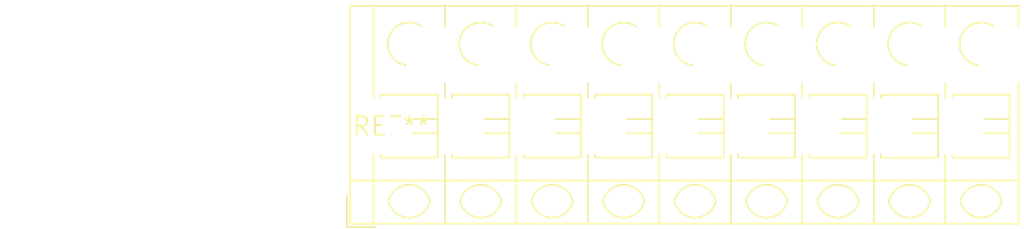
<source format=kicad_pcb>
(kicad_pcb (version 20240108) (generator pcbnew)
  (layers (0 "F.Cu" signal) (31 "B.Cu" signal) (34 "B.Paste" user) (35 "F.Paste" user) (36 "B.SilkS" user "B.Silkscreen") (37 "F.SilkS" user "F.Silkscreen") (38 "B.Mask" user) (39 "F.Mask" user) (44 "Edge.Cuts" user))
  (net 0 "")
  (footprint "TerminalBlock_WAGO_804-109_1x09_P5.00mm_45Degree" (layer "F.Cu") (at 0 0)
    (property "Reference" "REF**")
    (property "Value" "TerminalBlock_WAGO_804-109_1x09_P5.00mm_45Degree")
    (fp_line (start -3.11 4.82) (end -3.11 7.06) (layer "F.SilkS") (stroke (width 0.12)))
    (fp_line (start -3.11 7.06) (end -1.11 7.06) (layer "F.SilkS") (stroke (width 0.12)))
    (fp_line (start -2.87 -8.42) (end -2.87 6.82) (layer "F.SilkS") (stroke (width 0.12)))
    (fp_line (start -2.87 -8.42) (end 43.87 -8.42) (layer "F.SilkS") (stroke (width 0.12)))
    (fp_line (start -2.87 3.8) (end 43.87 3.8) (layer "F.SilkS") (stroke (width 0.12)))
    (fp_line (start -2.87 6.82) (end 43.87 6.82) (layer "F.SilkS") (stroke (width 0.12)))
    (fp_line (start -1.25 -8.42) (end -1.25 -1.98) (layer "F.SilkS") (stroke (width 0.12)))
    (fp_line (start -1.25 1.98) (end -1.25 6.82) (layer "F.SilkS") (stroke (width 0.12)))
    (fp_line (start -0.75 -2.2) (end -0.75 -1.98) (layer "F.SilkS") (stroke (width 0.12)))
    (fp_line (start -0.75 -2.2) (end 3.25 -2.2) (layer "F.SilkS") (stroke (width 0.12)))
    (fp_line (start -0.75 1.98) (end -0.75 2.2) (layer "F.SilkS") (stroke (width 0.12)))
    (fp_line (start -0.75 2.2) (end 3.25 2.2) (layer "F.SilkS") (stroke (width 0.12)))
    (fp_line (start 1.48 -0.5) (end 3.25 -0.5) (layer "F.SilkS") (stroke (width 0.12)))
    (fp_line (start 1.48 0.5) (end 3.25 0.5) (layer "F.SilkS") (stroke (width 0.12)))
    (fp_line (start 3.25 -2.2) (end 3.25 2.2) (layer "F.SilkS") (stroke (width 0.12)))
    (fp_line (start 3.25 -0.5) (end 3.25 0.5) (layer "F.SilkS") (stroke (width 0.12)))
    (fp_line (start 3.75 -8.42) (end 3.75 -6.98) (layer "F.SilkS") (stroke (width 0.12)))
    (fp_line (start 3.75 -3.02) (end 3.75 -1.98) (layer "F.SilkS") (stroke (width 0.12)))
    (fp_line (start 3.75 1.98) (end 3.75 6.82) (layer "F.SilkS") (stroke (width 0.12)))
    (fp_line (start 4.25 -2.2) (end 4.25 -1.98) (layer "F.SilkS") (stroke (width 0.12)))
    (fp_line (start 4.25 -2.2) (end 8.25 -2.2) (layer "F.SilkS") (stroke (width 0.12)))
    (fp_line (start 4.25 1.98) (end 4.25 2.2) (layer "F.SilkS") (stroke (width 0.12)))
    (fp_line (start 4.25 2.2) (end 8.25 2.2) (layer "F.SilkS") (stroke (width 0.12)))
    (fp_line (start 6.48 -0.5) (end 8.25 -0.5) (layer "F.SilkS") (stroke (width 0.12)))
    (fp_line (start 6.48 0.5) (end 8.25 0.5) (layer "F.SilkS") (stroke (width 0.12)))
    (fp_line (start 8.25 -2.2) (end 8.25 2.2) (layer "F.SilkS") (stroke (width 0.12)))
    (fp_line (start 8.25 -0.5) (end 8.25 0.5) (layer "F.SilkS") (stroke (width 0.12)))
    (fp_line (start 8.75 -8.42) (end 8.75 -6.98) (layer "F.SilkS") (stroke (width 0.12)))
    (fp_line (start 8.75 -3.02) (end 8.75 -1.98) (layer "F.SilkS") (stroke (width 0.12)))
    (fp_line (start 8.75 1.98) (end 8.75 6.82) (layer "F.SilkS") (stroke (width 0.12)))
    (fp_line (start 9.25 -2.2) (end 9.25 -1.98) (layer "F.SilkS") (stroke (width 0.12)))
    (fp_line (start 9.25 -2.2) (end 13.25 -2.2) (layer "F.SilkS") (stroke (width 0.12)))
    (fp_line (start 9.25 1.98) (end 9.25 2.2) (layer "F.SilkS") (stroke (width 0.12)))
    (fp_line (start 9.25 2.2) (end 13.25 2.2) (layer "F.SilkS") (stroke (width 0.12)))
    (fp_line (start 11.48 -0.5) (end 13.25 -0.5) (layer "F.SilkS") (stroke (width 0.12)))
    (fp_line (start 11.48 0.5) (end 13.25 0.5) (layer "F.SilkS") (stroke (width 0.12)))
    (fp_line (start 13.25 -2.2) (end 13.25 2.2) (layer "F.SilkS") (stroke (width 0.12)))
    (fp_line (start 13.25 -0.5) (end 13.25 0.5) (layer "F.SilkS") (stroke (width 0.12)))
    (fp_line (start 13.75 -8.42) (end 13.75 -6.98) (layer "F.SilkS") (stroke (width 0.12)))
    (fp_line (start 13.75 -3.02) (end 13.75 -1.98) (layer "F.SilkS") (stroke (width 0.12)))
    (fp_line (start 13.75 1.98) (end 13.75 6.82) (layer "F.SilkS") (stroke (width 0.12)))
    (fp_line (start 14.25 -2.2) (end 14.25 -1.98) (layer "F.SilkS") (stroke (width 0.12)))
    (fp_line (start 14.25 -2.2) (end 18.25 -2.2) (layer "F.SilkS") (stroke (width 0.12)))
    (fp_line (start 14.25 1.98) (end 14.25 2.2) (layer "F.SilkS") (stroke (width 0.12)))
    (fp_line (start 14.25 2.2) (end 18.25 2.2) (layer "F.SilkS") (stroke (width 0.12)))
    (fp_line (start 16.48 -0.5) (end 18.25 -0.5) (layer "F.SilkS") (stroke (width 0.12)))
    (fp_line (start 16.48 0.5) (end 18.25 0.5) (layer "F.SilkS") (stroke (width 0.12)))
    (fp_line (start 18.25 -2.2) (end 18.25 2.2) (layer "F.SilkS") (stroke (width 0.12)))
    (fp_line (start 18.25 -0.5) (end 18.25 0.5) (layer "F.SilkS") (stroke (width 0.12)))
    (fp_line (start 18.75 -8.42) (end 18.75 -6.98) (layer "F.SilkS") (stroke (width 0.12)))
    (fp_line (start 18.75 -3.02) (end 18.75 -1.98) (layer "F.SilkS") (stroke (width 0.12)))
    (fp_line (start 18.75 1.98) (end 18.75 6.82) (layer "F.SilkS") (stroke (width 0.12)))
    (fp_line (start 19.25 -2.2) (end 19.25 -1.98) (layer "F.SilkS") (stroke (width 0.12)))
    (fp_line (start 19.25 -2.2) (end 23.25 -2.2) (layer "F.SilkS") (stroke (width 0.12)))
    (fp_line (start 19.25 1.98) (end 19.25 2.2) (layer "F.SilkS") (stroke (width 0.12)))
    (fp_line (start 19.25 2.2) (end 23.25 2.2) (layer "F.SilkS") (stroke (width 0.12)))
    (fp_line (start 21.48 -0.5) (end 23.25 -0.5) (layer "F.SilkS") (stroke (width 0.12)))
    (fp_line (start 21.48 0.5) (end 23.25 0.5) (layer "F.SilkS") (stroke (width 0.12)))
    (fp_line (start 23.25 -2.2) (end 23.25 2.2) (layer "F.SilkS") (stroke (width 0.12)))
    (fp_line (start 23.25 -0.5) (end 23.25 0.5) (layer "F.SilkS") (stroke (width 0.12)))
    (fp_line (start 23.75 -8.42) (end 23.75 -6.98) (layer "F.SilkS") (stroke (width 0.12)))
    (fp_line (start 23.75 -3.02) (end 23.75 -1.98) (layer "F.SilkS") (stroke (width 0.12)))
    (fp_line (start 23.75 1.98) (end 23.75 6.82) (layer "F.SilkS") (stroke (width 0.12)))
    (fp_line (start 24.25 -2.2) (end 24.25 -1.98) (layer "F.SilkS") (stroke (width 0.12)))
    (fp_line (start 24.25 -2.2) (end 28.25 -2.2) (layer "F.SilkS") (stroke (width 0.12)))
    (fp_line (start 24.25 1.98) (end 24.25 2.2) (layer "F.SilkS") (stroke (width 0.12)))
    (fp_line (start 24.25 2.2) (end 28.25 2.2) (layer "F.SilkS") (stroke (width 0.12)))
    (fp_line (start 26.48 -0.5) (end 28.25 -0.5) (layer "F.SilkS") (stroke (width 0.12)))
    (fp_line (start 26.48 0.5) (end 28.25 0.5) (layer "F.SilkS") (stroke (width 0.12)))
    (fp_line (start 28.25 -2.2) (end 28.25 2.2) (layer "F.SilkS") (stroke (width 0.12)))
    (fp_line (start 28.25 -0.5) (end 28.25 0.5) (layer "F.SilkS") (stroke (width 0.12)))
    (fp_line (start 28.75 -8.42) (end 28.75 -6.98) (layer "F.SilkS") (stroke (width 0.12)))
    (fp_line (start 28.75 -3.02) (end 28.75 -1.98) (layer "F.SilkS") (stroke (width 0.12)))
    (fp_line (start 28.75 1.98) (end 28.75 6.82) (layer "F.SilkS") (stroke (width 0.12)))
    (fp_line (start 29.25 -2.2) (end 29.25 -1.98) (layer "F.SilkS") (stroke (width 0.12)))
    (fp_line (start 29.25 -2.2) (end 33.25 -2.2) (layer "F.SilkS") (stroke (width 0.12)))
    (fp_line (start 29.25 1.98) (end 29.25 2.2) (layer "F.SilkS") (stroke (width 0.12)))
    (fp_line (start 29.25 2.2) (end 33.25 2.2) (layer "F.SilkS") (stroke (width 0.12)))
    (fp_line (start 31.48 -0.5) (end 33.25 -0.5) (layer "F.SilkS") (stroke (width 0.12)))
    (fp_line (start 31.48 0.5) (end 33.25 0.5) (layer "F.SilkS") (stroke (width 0.12)))
    (fp_line (start 33.25 -2.2) (end 33.25 2.2) (layer "F.SilkS") (stroke (width 0.12)))
    (fp_line (start 33.25 -0.5) (end 33.25 0.5) (layer "F.SilkS") (stroke (width 0.12)))
    (fp_line (start 33.75 -8.42) (end 33.75 -6.98) (layer "F.SilkS") (stroke (width 0.12)))
    (fp_line (start 33.75 -3.02) (end 33.75 -1.98) (layer "F.SilkS") (stroke (width 0.12)))
    (fp_line (start 33.75 1.98) (end 33.75 6.82) (layer "F.SilkS") (stroke (width 0.12)))
    (fp_line (start 34.25 -2.2) (end 34.25 -1.98) (layer "F.SilkS") (stroke (width 0.12)))
    (fp_line (start 34.25 -2.2) (end 38.25 -2.2) (layer "F.SilkS") (stroke (width 0.12)))
    (fp_line (start 34.25 1.98) (end 34.25 2.2) (layer "F.SilkS") (stroke (width 0.12)))
    (fp_line (start 34.25 2.2) (end 38.25 2.2) (layer "F.SilkS") (stroke (width 0.12)))
    (fp_line (start 36.48 -0.5) (end 38.25 -0.5) (layer "F.SilkS") (stroke (width 0.12)))
    (fp_line (start 36.48 0.5) (end 38.25 0.5) (layer "F.SilkS") (stroke (width 0.12)))
    (fp_line (start 38.25 -2.2) (end 38.25 2.2) (layer "F.SilkS") (stroke (width 0.12)))
    (fp_line (start 38.25 -0.5) (end 38.25 0.5) (layer "F.SilkS") (stroke (width 0.12)))
    (fp_line (start 38.75 -8.42) (end 38.75 -6.98) (layer "F.SilkS") (stroke (width 0.12)))
    (fp_line (start 38.75 -3.02) (end 38.75 -1.98) (layer "F.SilkS") (stroke (width 0.12)))
    (fp_line (start 38.75 1.98) (end 38.75 6.82) (layer "F.SilkS") (stroke (width 0.12)))
    (fp_line (start 39.25 -2.2) (end 39.25 -1.98) (layer "F.SilkS") (stroke (width 0.12)))
    (fp_line (start 39.25 -2.2) (end 43.25 -2.2) (layer "F.SilkS") (stroke (width 0.12)))
    (fp_line (start 39.25 1.98) (end 39.25 2.2) (layer "F.SilkS") (stroke (width 0.12)))
    (fp_line (start 39.25 2.2) (end 43.25 2.2) (layer "F.SilkS") (stroke (width 0.12)))
    (fp_line (start 41.48 -0.5) (end 43.25 -0.5) (layer "F.SilkS") (stroke (width 0.12)))
    (fp_line (start 41.48 0.5) (end 43.25 0.5) (layer "F.SilkS") (stroke (width 0.12)))
    (fp_line (start 43.25 -2.2) (end 43.25 2.2) (layer "F.SilkS") (stroke (width 0.12)))
    (fp_line (start 43.25 -0.5) (end 43.25 0.5) (layer "F.SilkS") (stroke (width 0.12)))
    (fp_line (start 43.87 -8.42) (end 43.87 -6.98) (layer "F.SilkS") (stroke (width 0.12)))
    (fp_line (start 43.87 -3.02) (end 43.87 6.82) (layer "F.SilkS") (stroke (width 0.12)))
    (fp_arc (start -0.200865 5.250424) (mid 1.250296 4.099926) (end 2.701 5.251) (layer "F.SilkS") (stroke (width 0.12)))
    (fp_arc (start 1.040798 -4.264067) (mid -0.146039 -6.300306) (end 2.111 -6.979) (layer "F.SilkS") (stroke (width 0.12)))
    (fp_arc (start 2.7 5.25) (mid 1.250068 6.400101) (end -0.199969 5.250133) (layer "F.SilkS") (stroke (width 0.12)))
    (fp_arc (start 4.799135 5.250424) (mid 6.250296 4.099926) (end 7.701 5.251) (layer "F.SilkS") (stroke (width 0.12)))
    (fp_arc (start 6.040798 -4.264067) (mid 4.853961 -6.300306) (end 7.111 -6.979) (layer "F.SilkS") (stroke (width 0.12)))
    (fp_arc (start 7.7 5.25) (mid 6.250068 6.400101) (end 4.800031 5.250133) (layer "F.SilkS") (stroke (width 0.12)))
    (fp_arc (start 9.799135 5.250424) (mid 11.250296 4.099926) (end 12.701 5.251) (layer "F.SilkS") (stroke (width 0.12)))
    (fp_arc (start 11.040798 -4.264067) (mid 9.853961 -6.300306) (end 12.111 -6.979) (layer "F.SilkS") (stroke (width 0.12)))
    (fp_arc (start 12.7 5.25) (mid 11.250068 6.400101) (end 9.800031 5.250133) (layer "F.SilkS") (stroke (width 0.12)))
    (fp_arc (start 14.799135 5.250424) (mid 16.250296 4.099926) (end 17.701 5.251) (layer "F.SilkS") (stroke (width 0.12)))
    (fp_arc (start 16.040798 -4.264067) (mid 14.853961 -6.300306) (end 17.111 -6.979) (layer "F.SilkS") (stroke (width 0.12)))
    (fp_arc (start 17.7 5.25) (mid 16.250068 6.400101) (end 14.800031 5.250133) (layer "F.SilkS") (stroke (width 0.12)))
    (fp_arc (start 19.799135 5.250424) (mid 21.250296 4.099926) (end 22.701 5.251) (layer "F.SilkS") (stroke (width 0.12)))
    (fp_arc (start 21.040798 -4.264067) (mid 19.853961 -6.300306) (end 22.111 -6.979) (layer "F.SilkS") (stroke (width 0.12)))
    (fp_arc (start 22.7 5.25) (mid 21.250068 6.400101) (end 19.800031 5.250133) (layer "F.SilkS") (stroke (width 0.12)))
    (fp_arc (start 24.799135 5.250424) (mid 26.250296 4.099926) (end 27.701 5.251) (layer "F.SilkS") (stroke (width 0.12)))
    (fp_arc (start 26.040798 -4.264067) (mid 24.853961 -6.300306) (end 27.111 -6.979) (layer "F.SilkS") (stroke (width 0.12)))
    (fp_arc (start 27.7 5.25) (mid 26.250068 6.400101) (end 24.800031 5.250133) (layer "F.SilkS") (stroke (width 0.12)))
    (fp_arc (start 29.799135 5.250424) (mid 31.250296 4.099926) (end 32.701 5.251) (layer "F.SilkS") (stroke (width 0.12)))
    (fp_arc (start 31.040798 -4.264067) (mid 29.853961 -6.300306) (end 32.111 -6.979) (layer "F.SilkS") (stroke (width 0.12)))
    (fp_arc (start 32.701 5.25) (mid 31.250296 6.401074) (end 29.799135 5.250576) (layer "F.SilkS") (stroke (width 0.12)))
    (fp_arc (start 34.799135 5.250424) (mid 36.250296 4.099926) (end 37.701 5.251) (layer "F.SilkS") (stroke (width 0.12)))
    (fp_arc (start 36.040798 -4.264067) (mid 34.853961 -6.300306) (end 37.111 -6.979) (layer "F.SilkS") (stroke (width 0.12)))
    (fp_arc (start 37.7 5.25) (mid 36.250068 6.400101) (end 34.800031 5.250133) (layer "F.SilkS") (stroke (width 0.12)))
    (fp_arc (start 39.799135 5.250424) (mid 41.250296 4.099926) (end 42.701 5.251) (layer "F.SilkS") (stroke (width 0.12)))
    (fp_arc (start 41.040798 -4.264067) (mid 39.853961 -6.300306) (end 42.111 -6.979) (layer "F.SilkS") (stroke (width 0.12)))
    (fp_arc (start 42.7 5.25) (mid 41.250068 6.400101) (end 39.800031 5.250133) (layer "F.SilkS") (stroke (width 0.12)))
    (pad "1" thru_hole rect (at 0 0) (size 2 3) (drill 1.2) (layers *.Cu *.Mask) (remove_unused_layers))
    (pad "1" thru_hole rect (at 2.5 -5) (size 2 3) (drill 1.2) (layers *.Cu *.Mask) (remove_unused_layers))
    (pad "2" thru_hole oval (at 5 0) (size 2 3) (drill 1.2) (layers *.Cu *.Mask) (remove_unused_layers))
    (pad "2" thru_hole oval (at 7.5 -5) (size 2 3) (drill 1.2) (layers *.Cu *.Mask) (remove_unused_layers))
    (pad "3" thru_hole oval (at 10 0) (size 2 3) (drill 1.2) (layers *.Cu *.Mask) (remove_unused_layers))
    (pad "3" thru_hole oval (at 12.5 -5) (size 2 3) (drill 1.2) (layers *.Cu *.Mask) (remove_unused_layers))
    (pad "4" thru_hole oval (at 15 0) (size 2 3) (drill 1.2) (layers *.Cu *.Mask) (remove_unused_layers))
    (pad "4" thru_hole oval (at 17.5 -5) (size 2 3) (drill 1.2) (layers *.Cu *.Mask) (remove_unused_layers))
    (pad "5" thru_hole oval (at 20 0) (size 2 3) (drill 1.2) (layers *.Cu *.Mask) (remove_unused_layers))
    (pad "5" thru_hole oval (at 22.5 -5) (size 2 3) (drill 1.2) (layers *.Cu *.Mask) (remove_unused_layers))
    (pad "6" thru_hole oval (at 25 0) (size 2 3) (drill 1.2) (layers *.Cu *.Mask) (remove_unused_layers))
    (pad "6" thru_hole oval (at 27.5 -5) (size 2 3) (drill 1.2) (layers *.Cu *.Mask) (remove_unused_layers))
    (pad "7" thru_hole oval (at 30 0) (size 2 3) (drill 1.2) (layers *.Cu *.Mask) (remove_unused_layers))
    (pad "7" thru_hole oval (at 32.5 -5) (size 2 3) (drill 1.2) (layers *.Cu *.Mask) (remove_unused_layers))
    (pad "8" thru_hole oval (at 35 0) (size 2 3) (drill 1.2) (layers *.Cu *.Mask) (remove_unused_layers))
    (pad "8" thru_hole oval (at 37.5 -5) (size 2 3) (drill 1.2) (layers *.Cu *.Mask) (remove_unused_layers))
    (pad "9" thru_hole oval (at 40 0) (size 2 3) (drill 1.2) (layers *.Cu *.Mask) (remove_unused_layers))
    (pad "9" thru_hole oval (at 42.5 -5) (size 2 3) (drill 1.2) (layers *.Cu *.Mask) (remove_unused_layers))
  )
)
</source>
